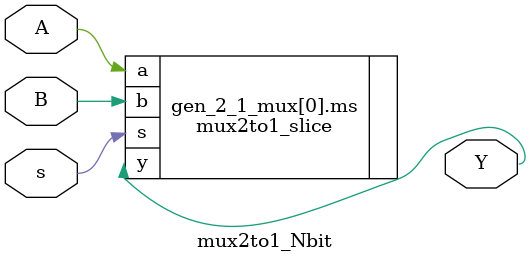
<source format=sv>
module mux2to1_Nbit #(parameter N=1)
                (   input  logic [N-1:0] A,
                    input  logic [N-1:0] B,
                    input  logic s,
                    output logic [N-1:0] Y
                );


    // Generate N bit 2-1 mux
    genvar i;
    generate
        for (i = 0; i < N; i++) begin : gen_2_1_mux
            mux2to1_slice ms (
                .a(A[i]),
                .b(B[i]),
                .s(s),
                .y(Y[i])
            );
        end
    endgenerate

endmodule
</source>
